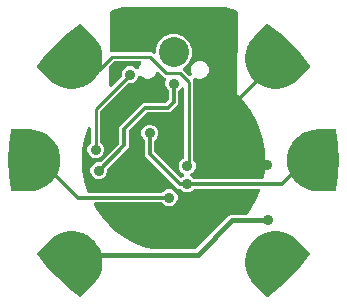
<source format=gbr>
G04 EAGLE Gerber RS-274X export*
G75*
%MOMM*%
%FSLAX34Y34*%
%LPD*%
%INBottom Copper*%
%IPPOS*%
%AMOC8*
5,1,8,0,0,1.08239X$1,22.5*%
G01*
%ADD10C,2.540000*%
%ADD11C,0.906400*%
%ADD12C,0.254000*%
%ADD13C,0.406400*%
%ADD14C,0.304800*%

G36*
X17921Y-75423D02*
X17921Y-75423D01*
X18047Y-75416D01*
X18093Y-75403D01*
X18141Y-75397D01*
X18260Y-75355D01*
X18382Y-75320D01*
X18424Y-75296D01*
X18469Y-75280D01*
X18576Y-75211D01*
X18686Y-75150D01*
X18732Y-75110D01*
X18762Y-75091D01*
X18796Y-75056D01*
X18872Y-74991D01*
X45439Y-48424D01*
X46940Y-46923D01*
X48620Y-46227D01*
X61566Y-46227D01*
X61646Y-46218D01*
X61726Y-46219D01*
X61819Y-46198D01*
X61913Y-46187D01*
X61988Y-46160D01*
X62066Y-46143D01*
X62152Y-46102D01*
X62241Y-46070D01*
X62308Y-46026D01*
X62380Y-45992D01*
X62454Y-45932D01*
X62534Y-45881D01*
X62589Y-45823D01*
X62652Y-45773D01*
X62742Y-45665D01*
X62776Y-45630D01*
X62787Y-45611D01*
X62809Y-45585D01*
X65763Y-41422D01*
X65787Y-41378D01*
X65854Y-41278D01*
X69987Y-33799D01*
X70006Y-33752D01*
X70061Y-33645D01*
X73024Y-26491D01*
X73066Y-26346D01*
X73111Y-26203D01*
X73113Y-26179D01*
X73120Y-26156D01*
X73127Y-26005D01*
X73139Y-25856D01*
X73136Y-25832D01*
X73137Y-25808D01*
X73110Y-25660D01*
X73088Y-25511D01*
X73079Y-25489D01*
X73074Y-25465D01*
X73014Y-25327D01*
X72959Y-25187D01*
X72945Y-25167D01*
X72936Y-25145D01*
X72846Y-25024D01*
X72760Y-24901D01*
X72742Y-24885D01*
X72728Y-24865D01*
X72613Y-24768D01*
X72501Y-24668D01*
X72480Y-24656D01*
X72462Y-24640D01*
X72328Y-24572D01*
X72196Y-24499D01*
X72173Y-24493D01*
X72151Y-24482D01*
X72006Y-24445D01*
X71861Y-24404D01*
X71832Y-24402D01*
X71813Y-24397D01*
X71766Y-24397D01*
X71617Y-24385D01*
X17999Y-24385D01*
X17873Y-24399D01*
X17747Y-24406D01*
X17700Y-24419D01*
X17652Y-24425D01*
X17533Y-24467D01*
X17412Y-24502D01*
X17370Y-24526D01*
X17324Y-24542D01*
X17218Y-24611D01*
X17108Y-24672D01*
X17061Y-24712D01*
X17031Y-24731D01*
X16998Y-24766D01*
X16921Y-24831D01*
X15436Y-26316D01*
X12837Y-27393D01*
X10023Y-27393D01*
X7424Y-26316D01*
X5939Y-24831D01*
X5840Y-24752D01*
X5746Y-24668D01*
X5703Y-24644D01*
X5666Y-24614D01*
X5551Y-24560D01*
X5441Y-24499D01*
X5394Y-24486D01*
X5350Y-24465D01*
X5227Y-24439D01*
X5105Y-24404D01*
X5044Y-24399D01*
X5010Y-24392D01*
X4962Y-24393D01*
X4861Y-24385D01*
X3396Y-24385D01*
X-21558Y569D01*
X-24385Y3396D01*
X-24385Y16291D01*
X-24399Y16417D01*
X-24406Y16543D01*
X-24419Y16590D01*
X-24425Y16638D01*
X-24467Y16757D01*
X-24502Y16878D01*
X-24526Y16920D01*
X-24542Y16966D01*
X-24611Y17072D01*
X-24672Y17182D01*
X-24712Y17229D01*
X-24731Y17259D01*
X-24766Y17292D01*
X-24831Y17369D01*
X-26316Y18854D01*
X-27393Y21453D01*
X-27393Y24267D01*
X-26316Y26866D01*
X-24326Y28856D01*
X-21727Y29933D01*
X-18913Y29933D01*
X-16314Y28856D01*
X-14324Y26866D01*
X-13247Y24267D01*
X-13247Y21453D01*
X-14324Y18854D01*
X-15809Y17369D01*
X-15888Y17270D01*
X-15972Y17176D01*
X-15996Y17133D01*
X-16026Y17096D01*
X-16080Y16981D01*
X-16141Y16871D01*
X-16154Y16824D01*
X-16175Y16780D01*
X-16201Y16657D01*
X-16236Y16535D01*
X-16241Y16474D01*
X-16248Y16440D01*
X-16247Y16392D01*
X-16255Y16291D01*
X-16255Y7395D01*
X-16241Y7269D01*
X-16234Y7143D01*
X-16221Y7096D01*
X-16215Y7048D01*
X-16173Y6929D01*
X-16138Y6808D01*
X-16114Y6766D01*
X-16098Y6720D01*
X-16029Y6614D01*
X-15968Y6504D01*
X-15928Y6458D01*
X-15909Y6428D01*
X-15874Y6394D01*
X-15809Y6318D01*
X5051Y-14543D01*
X5071Y-14559D01*
X5088Y-14579D01*
X5208Y-14667D01*
X5324Y-14759D01*
X5348Y-14770D01*
X5369Y-14786D01*
X5505Y-14845D01*
X5639Y-14908D01*
X5665Y-14914D01*
X5689Y-14924D01*
X5835Y-14950D01*
X5980Y-14981D01*
X6006Y-14981D01*
X6032Y-14986D01*
X6180Y-14978D01*
X6328Y-14975D01*
X6354Y-14969D01*
X6380Y-14968D01*
X6522Y-14927D01*
X6666Y-14890D01*
X6690Y-14878D01*
X6715Y-14871D01*
X6844Y-14799D01*
X6976Y-14731D01*
X6996Y-14714D01*
X7019Y-14701D01*
X7205Y-14543D01*
X7424Y-14324D01*
X7947Y-14107D01*
X8035Y-14058D01*
X8127Y-14018D01*
X8186Y-13974D01*
X8251Y-13938D01*
X8326Y-13870D01*
X8407Y-13811D01*
X8455Y-13754D01*
X8510Y-13704D01*
X8567Y-13621D01*
X8632Y-13545D01*
X8665Y-13478D01*
X8708Y-13417D01*
X8745Y-13324D01*
X8790Y-13234D01*
X8808Y-13162D01*
X8836Y-13093D01*
X8850Y-12993D01*
X8875Y-12896D01*
X8876Y-12822D01*
X8886Y-12748D01*
X8878Y-12648D01*
X8880Y-12548D01*
X8864Y-12475D01*
X8858Y-12401D01*
X8827Y-12305D01*
X8805Y-12207D01*
X8773Y-12140D01*
X8750Y-12069D01*
X8699Y-11983D01*
X8656Y-11892D01*
X8609Y-11834D01*
X8571Y-11771D01*
X8501Y-11698D01*
X8438Y-11620D01*
X8380Y-11574D01*
X8328Y-11521D01*
X8243Y-11466D01*
X8165Y-11404D01*
X8075Y-11358D01*
X8035Y-11332D01*
X8001Y-11320D01*
X7947Y-11293D01*
X7424Y-11076D01*
X5434Y-9086D01*
X4357Y-6487D01*
X4357Y-3673D01*
X5434Y-1074D01*
X7424Y916D01*
X7949Y1134D01*
X8016Y1171D01*
X8087Y1199D01*
X8167Y1255D01*
X8254Y1303D01*
X8310Y1354D01*
X8373Y1398D01*
X8439Y1471D01*
X8512Y1537D01*
X8555Y1600D01*
X8606Y1657D01*
X8654Y1743D01*
X8710Y1824D01*
X8738Y1895D01*
X8775Y1962D01*
X8802Y2056D01*
X8838Y2148D01*
X8849Y2223D01*
X8870Y2297D01*
X8882Y2446D01*
X8889Y2493D01*
X8887Y2512D01*
X8889Y2541D01*
X8889Y60091D01*
X8884Y60141D01*
X8886Y60191D01*
X8864Y60314D01*
X8849Y60437D01*
X8832Y60484D01*
X8823Y60534D01*
X8774Y60648D01*
X8732Y60765D01*
X8704Y60808D01*
X8684Y60854D01*
X8610Y60953D01*
X8543Y61058D01*
X8507Y61093D01*
X8477Y61133D01*
X8382Y61214D01*
X8292Y61300D01*
X8249Y61326D01*
X8210Y61359D01*
X8100Y61415D01*
X7993Y61479D01*
X7945Y61494D01*
X7900Y61517D01*
X7780Y61547D01*
X7661Y61585D01*
X7611Y61589D01*
X7562Y61601D01*
X7438Y61603D01*
X7314Y61613D01*
X7264Y61606D01*
X7214Y61606D01*
X7092Y61580D01*
X6969Y61561D01*
X6922Y61543D01*
X6873Y61532D01*
X6761Y61479D01*
X6645Y61433D01*
X6604Y61404D01*
X6558Y61382D01*
X6461Y61305D01*
X6359Y61234D01*
X6325Y61196D01*
X6286Y61165D01*
X6209Y61067D01*
X6126Y60975D01*
X6101Y60931D01*
X6070Y60891D01*
X6014Y60782D01*
X4511Y59279D01*
X4432Y59179D01*
X4348Y59086D01*
X4324Y59043D01*
X4294Y59006D01*
X4240Y58891D01*
X4179Y58781D01*
X4166Y58734D01*
X4145Y58690D01*
X4119Y58567D01*
X4084Y58445D01*
X4079Y58385D01*
X4072Y58350D01*
X4073Y58302D01*
X4065Y58201D01*
X4065Y47846D01*
X1238Y45019D01*
X-3396Y40385D01*
X-21815Y40385D01*
X-21941Y40371D01*
X-22067Y40364D01*
X-22114Y40351D01*
X-22162Y40345D01*
X-22281Y40303D01*
X-22402Y40268D01*
X-22444Y40244D01*
X-22490Y40228D01*
X-22596Y40159D01*
X-22706Y40098D01*
X-22752Y40058D01*
X-22782Y40039D01*
X-22816Y40004D01*
X-22892Y39939D01*
X-37399Y25432D01*
X-37478Y25333D01*
X-37562Y25240D01*
X-37586Y25197D01*
X-37616Y25159D01*
X-37670Y25045D01*
X-37731Y24935D01*
X-37744Y24888D01*
X-37765Y24844D01*
X-37791Y24721D01*
X-37826Y24599D01*
X-37831Y24538D01*
X-37838Y24504D01*
X-37837Y24456D01*
X-37845Y24355D01*
X-37845Y11016D01*
X-40672Y8189D01*
X-55981Y-7120D01*
X-56060Y-7219D01*
X-56144Y-7312D01*
X-56168Y-7355D01*
X-56198Y-7393D01*
X-56252Y-7507D01*
X-56313Y-7617D01*
X-56326Y-7664D01*
X-56347Y-7708D01*
X-56373Y-7831D01*
X-56408Y-7953D01*
X-56413Y-8014D01*
X-56420Y-8048D01*
X-56419Y-8096D01*
X-56427Y-8197D01*
X-56427Y-10297D01*
X-57504Y-12896D01*
X-59494Y-14886D01*
X-62093Y-15963D01*
X-64907Y-15963D01*
X-67506Y-14886D01*
X-69496Y-12896D01*
X-70573Y-10297D01*
X-70573Y-7483D01*
X-69496Y-4884D01*
X-67506Y-2894D01*
X-64907Y-1817D01*
X-62807Y-1817D01*
X-62681Y-1803D01*
X-62555Y-1796D01*
X-62508Y-1783D01*
X-62460Y-1777D01*
X-62341Y-1735D01*
X-62220Y-1700D01*
X-62178Y-1676D01*
X-62132Y-1660D01*
X-62026Y-1591D01*
X-61916Y-1530D01*
X-61870Y-1490D01*
X-61840Y-1471D01*
X-61806Y-1436D01*
X-61730Y-1371D01*
X-46421Y13938D01*
X-46342Y14037D01*
X-46258Y14130D01*
X-46234Y14173D01*
X-46204Y14211D01*
X-46150Y14325D01*
X-46089Y14435D01*
X-46076Y14482D01*
X-46055Y14526D01*
X-46029Y14649D01*
X-45994Y14771D01*
X-45989Y14832D01*
X-45982Y14866D01*
X-45983Y14914D01*
X-45975Y15015D01*
X-45975Y28354D01*
X-25814Y48515D01*
X-7395Y48515D01*
X-7269Y48529D01*
X-7143Y48536D01*
X-7096Y48549D01*
X-7048Y48555D01*
X-6929Y48597D01*
X-6808Y48632D01*
X-6766Y48656D01*
X-6720Y48672D01*
X-6614Y48741D01*
X-6504Y48802D01*
X-6458Y48842D01*
X-6428Y48861D01*
X-6394Y48896D01*
X-6318Y48961D01*
X-4511Y50768D01*
X-4432Y50867D01*
X-4348Y50960D01*
X-4324Y51003D01*
X-4294Y51041D01*
X-4240Y51155D01*
X-4179Y51265D01*
X-4166Y51312D01*
X-4145Y51356D01*
X-4119Y51479D01*
X-4084Y51601D01*
X-4079Y51662D01*
X-4072Y51696D01*
X-4073Y51744D01*
X-4065Y51845D01*
X-4065Y58201D01*
X-4079Y58327D01*
X-4086Y58453D01*
X-4099Y58500D01*
X-4105Y58548D01*
X-4147Y58667D01*
X-4182Y58788D01*
X-4206Y58830D01*
X-4222Y58876D01*
X-4291Y58982D01*
X-4352Y59092D01*
X-4392Y59139D01*
X-4411Y59169D01*
X-4446Y59202D01*
X-4511Y59279D01*
X-5996Y60764D01*
X-7073Y63363D01*
X-7073Y66177D01*
X-6424Y67743D01*
X-6383Y67888D01*
X-6337Y68031D01*
X-6335Y68055D01*
X-6328Y68078D01*
X-6321Y68229D01*
X-6309Y68378D01*
X-6313Y68402D01*
X-6311Y68426D01*
X-6338Y68574D01*
X-6361Y68723D01*
X-6370Y68745D01*
X-6374Y68769D01*
X-6434Y68907D01*
X-6489Y69047D01*
X-6503Y69067D01*
X-6513Y69089D01*
X-6603Y69210D01*
X-6688Y69333D01*
X-6706Y69349D01*
X-6721Y69369D01*
X-6836Y69466D01*
X-6947Y69566D01*
X-6968Y69578D01*
X-6987Y69594D01*
X-7120Y69662D01*
X-7252Y69735D01*
X-7275Y69741D01*
X-7297Y69752D01*
X-7443Y69789D01*
X-7587Y69830D01*
X-7617Y69832D01*
X-7635Y69837D01*
X-7682Y69837D01*
X-7831Y69849D01*
X-7928Y69849D01*
X-10607Y72527D01*
X-10607Y72528D01*
X-12402Y74323D01*
X-12520Y74417D01*
X-12635Y74513D01*
X-12656Y74524D01*
X-12675Y74540D01*
X-12811Y74604D01*
X-12945Y74672D01*
X-12968Y74678D01*
X-12990Y74688D01*
X-13137Y74720D01*
X-13283Y74756D01*
X-13307Y74757D01*
X-13331Y74762D01*
X-13481Y74759D01*
X-13632Y74761D01*
X-13655Y74756D01*
X-13679Y74756D01*
X-13825Y74719D01*
X-13972Y74687D01*
X-13994Y74677D01*
X-14017Y74671D01*
X-14151Y74602D01*
X-14287Y74537D01*
X-14306Y74522D01*
X-14327Y74511D01*
X-14442Y74414D01*
X-14559Y74320D01*
X-14574Y74301D01*
X-14593Y74285D01*
X-14682Y74164D01*
X-14775Y74046D01*
X-14788Y74020D01*
X-14800Y74005D01*
X-14818Y73962D01*
X-14886Y73829D01*
X-15607Y72088D01*
X-17728Y69967D01*
X-20500Y68819D01*
X-23500Y68819D01*
X-26272Y69967D01*
X-27422Y71118D01*
X-27539Y71211D01*
X-27654Y71308D01*
X-27676Y71319D01*
X-27695Y71334D01*
X-27831Y71399D01*
X-27965Y71467D01*
X-27988Y71473D01*
X-28010Y71483D01*
X-28157Y71515D01*
X-28303Y71551D01*
X-28327Y71551D01*
X-28351Y71557D01*
X-28500Y71554D01*
X-28651Y71556D01*
X-28675Y71551D01*
X-28699Y71551D01*
X-28845Y71514D01*
X-28992Y71482D01*
X-29014Y71471D01*
X-29037Y71466D01*
X-29171Y71396D01*
X-29306Y71332D01*
X-29325Y71317D01*
X-29347Y71306D01*
X-29462Y71208D01*
X-29579Y71115D01*
X-29594Y71096D01*
X-29612Y71080D01*
X-29702Y70959D01*
X-29795Y70841D01*
X-29808Y70815D01*
X-29819Y70800D01*
X-29838Y70756D01*
X-29906Y70623D01*
X-30834Y68384D01*
X-32824Y66394D01*
X-35423Y65317D01*
X-37883Y65317D01*
X-38008Y65303D01*
X-38134Y65296D01*
X-38181Y65283D01*
X-38229Y65277D01*
X-38348Y65235D01*
X-38469Y65200D01*
X-38511Y65176D01*
X-38557Y65160D01*
X-38663Y65091D01*
X-38773Y65030D01*
X-38820Y64990D01*
X-38850Y64971D01*
X-38883Y64936D01*
X-38960Y64871D01*
X-45629Y58201D01*
X-53224Y50607D01*
X-61783Y42048D01*
X-61862Y41949D01*
X-61946Y41855D01*
X-61970Y41812D01*
X-62000Y41775D01*
X-62054Y41660D01*
X-62115Y41550D01*
X-62128Y41503D01*
X-62149Y41460D01*
X-62175Y41336D01*
X-62210Y41214D01*
X-62215Y41154D01*
X-62222Y41119D01*
X-62221Y41071D01*
X-62229Y40971D01*
X-62229Y15713D01*
X-62215Y15587D01*
X-62208Y15461D01*
X-62195Y15414D01*
X-62189Y15366D01*
X-62147Y15247D01*
X-62112Y15126D01*
X-62088Y15084D01*
X-62072Y15038D01*
X-62003Y14932D01*
X-61942Y14822D01*
X-61902Y14775D01*
X-61883Y14745D01*
X-61848Y14712D01*
X-61783Y14635D01*
X-60044Y12896D01*
X-58967Y10297D01*
X-58967Y7483D01*
X-60044Y4884D01*
X-62034Y2894D01*
X-64633Y1817D01*
X-67447Y1817D01*
X-70046Y2894D01*
X-72036Y4884D01*
X-73113Y7483D01*
X-73113Y10297D01*
X-72036Y12896D01*
X-70297Y14635D01*
X-70218Y14734D01*
X-70134Y14828D01*
X-70110Y14871D01*
X-70080Y14908D01*
X-70026Y15023D01*
X-69965Y15133D01*
X-69952Y15180D01*
X-69931Y15224D01*
X-69905Y15347D01*
X-69870Y15469D01*
X-69865Y15530D01*
X-69858Y15564D01*
X-69859Y15612D01*
X-69851Y15713D01*
X-69851Y26495D01*
X-69856Y26545D01*
X-69854Y26595D01*
X-69876Y26718D01*
X-69891Y26841D01*
X-69908Y26888D01*
X-69917Y26938D01*
X-69966Y27052D01*
X-70008Y27169D01*
X-70035Y27212D01*
X-70055Y27258D01*
X-70130Y27357D01*
X-70197Y27462D01*
X-70233Y27497D01*
X-70263Y27537D01*
X-70358Y27618D01*
X-70448Y27704D01*
X-70491Y27730D01*
X-70529Y27763D01*
X-70640Y27819D01*
X-70747Y27883D01*
X-70795Y27898D01*
X-70840Y27921D01*
X-70960Y27951D01*
X-71079Y27989D01*
X-71129Y27993D01*
X-71178Y28005D01*
X-71302Y28007D01*
X-71426Y28017D01*
X-71476Y28010D01*
X-71526Y28011D01*
X-71648Y27984D01*
X-71771Y27966D01*
X-71818Y27947D01*
X-71867Y27936D01*
X-71979Y27883D01*
X-72095Y27837D01*
X-72136Y27808D01*
X-72182Y27786D01*
X-72279Y27709D01*
X-72381Y27638D01*
X-72414Y27601D01*
X-72454Y27569D01*
X-72531Y27471D01*
X-72614Y27379D01*
X-72639Y27335D01*
X-72670Y27296D01*
X-72781Y27078D01*
X-73331Y25750D01*
X-73345Y25702D01*
X-73388Y25589D01*
X-75753Y17378D01*
X-75762Y17328D01*
X-75791Y17211D01*
X-77223Y8787D01*
X-77225Y8737D01*
X-77242Y8617D01*
X-77721Y85D01*
X-77718Y35D01*
X-77721Y-85D01*
X-77242Y-8617D01*
X-77233Y-8666D01*
X-77223Y-8787D01*
X-75791Y-17211D01*
X-75777Y-17259D01*
X-75753Y-17378D01*
X-73388Y-25589D01*
X-73368Y-25635D01*
X-73331Y-25750D01*
X-72919Y-26745D01*
X-72882Y-26812D01*
X-72854Y-26883D01*
X-72798Y-26963D01*
X-72750Y-27050D01*
X-72698Y-27106D01*
X-72655Y-27169D01*
X-72582Y-27235D01*
X-72516Y-27308D01*
X-72453Y-27351D01*
X-72396Y-27402D01*
X-72310Y-27450D01*
X-72229Y-27506D01*
X-72158Y-27534D01*
X-72091Y-27571D01*
X-71996Y-27598D01*
X-71905Y-27634D01*
X-71829Y-27645D01*
X-71756Y-27666D01*
X-71607Y-27678D01*
X-71560Y-27685D01*
X-71541Y-27683D01*
X-71512Y-27685D01*
X-10379Y-27685D01*
X-10253Y-27671D01*
X-10127Y-27664D01*
X-10080Y-27651D01*
X-10032Y-27645D01*
X-9913Y-27603D01*
X-9792Y-27568D01*
X-9750Y-27544D01*
X-9704Y-27528D01*
X-9598Y-27459D01*
X-9488Y-27398D01*
X-9441Y-27358D01*
X-9411Y-27339D01*
X-9378Y-27304D01*
X-9301Y-27239D01*
X-7816Y-25754D01*
X-5217Y-24677D01*
X-2403Y-24677D01*
X196Y-25754D01*
X2186Y-27744D01*
X3263Y-30343D01*
X3263Y-33157D01*
X2186Y-35756D01*
X196Y-37746D01*
X-2403Y-38823D01*
X-5217Y-38823D01*
X-7816Y-37746D01*
X-9301Y-36261D01*
X-9400Y-36182D01*
X-9494Y-36098D01*
X-9537Y-36074D01*
X-9574Y-36044D01*
X-9689Y-35990D01*
X-9799Y-35929D01*
X-9846Y-35916D01*
X-9890Y-35895D01*
X-10013Y-35869D01*
X-10135Y-35834D01*
X-10196Y-35829D01*
X-10230Y-35822D01*
X-10278Y-35823D01*
X-10379Y-35815D01*
X-66291Y-35815D01*
X-66352Y-35822D01*
X-66413Y-35820D01*
X-66524Y-35842D01*
X-66637Y-35855D01*
X-66695Y-35875D01*
X-66755Y-35887D01*
X-66858Y-35934D01*
X-66965Y-35972D01*
X-67017Y-36005D01*
X-67073Y-36031D01*
X-67163Y-36100D01*
X-67258Y-36161D01*
X-67300Y-36205D01*
X-67349Y-36243D01*
X-67421Y-36330D01*
X-67500Y-36412D01*
X-67531Y-36465D01*
X-67570Y-36512D01*
X-67621Y-36614D01*
X-67679Y-36711D01*
X-67697Y-36769D01*
X-67725Y-36825D01*
X-67750Y-36935D01*
X-67785Y-37043D01*
X-67790Y-37104D01*
X-67804Y-37164D01*
X-67804Y-37277D01*
X-67813Y-37390D01*
X-67804Y-37451D01*
X-67804Y-37513D01*
X-67778Y-37623D01*
X-67761Y-37735D01*
X-67738Y-37792D01*
X-67724Y-37852D01*
X-67643Y-38031D01*
X-67632Y-38059D01*
X-67628Y-38065D01*
X-67624Y-38075D01*
X-65854Y-41278D01*
X-65825Y-41318D01*
X-65763Y-41422D01*
X-60818Y-48391D01*
X-60784Y-48429D01*
X-60711Y-48525D01*
X-55017Y-54897D01*
X-54980Y-54930D01*
X-54897Y-55017D01*
X-48525Y-60711D01*
X-48484Y-60740D01*
X-48391Y-60818D01*
X-41422Y-65763D01*
X-41378Y-65787D01*
X-41278Y-65854D01*
X-33799Y-69987D01*
X-33753Y-70006D01*
X-33645Y-70061D01*
X-25750Y-73331D01*
X-25702Y-73345D01*
X-25589Y-73388D01*
X-18681Y-75378D01*
X-18591Y-75393D01*
X-18503Y-75418D01*
X-18387Y-75427D01*
X-18337Y-75435D01*
X-18308Y-75433D01*
X-18259Y-75437D01*
X17795Y-75437D01*
X17921Y-75423D01*
G37*
G36*
X16525Y347D02*
X16525Y347D01*
X16532Y221D01*
X16545Y174D01*
X16551Y126D01*
X16593Y7D01*
X16628Y-114D01*
X16652Y-156D01*
X16668Y-202D01*
X16737Y-308D01*
X16798Y-418D01*
X16838Y-465D01*
X16857Y-495D01*
X16892Y-528D01*
X16957Y-605D01*
X17426Y-1074D01*
X18503Y-3673D01*
X18503Y-6487D01*
X17426Y-9086D01*
X15436Y-11076D01*
X14913Y-11293D01*
X14826Y-11341D01*
X14733Y-11381D01*
X14674Y-11426D01*
X14609Y-11462D01*
X14534Y-11529D01*
X14454Y-11589D01*
X14405Y-11646D01*
X14350Y-11696D01*
X14293Y-11779D01*
X14228Y-11855D01*
X14195Y-11922D01*
X14152Y-11983D01*
X14115Y-12076D01*
X14070Y-12166D01*
X14052Y-12238D01*
X14024Y-12307D01*
X14010Y-12407D01*
X13985Y-12504D01*
X13984Y-12578D01*
X13974Y-12652D01*
X13982Y-12752D01*
X13980Y-12852D01*
X13996Y-12925D01*
X14002Y-12999D01*
X14033Y-13095D01*
X14055Y-13193D01*
X14087Y-13260D01*
X14110Y-13331D01*
X14161Y-13417D01*
X14204Y-13508D01*
X14251Y-13565D01*
X14289Y-13629D01*
X14359Y-13702D01*
X14422Y-13780D01*
X14480Y-13826D01*
X14532Y-13879D01*
X14617Y-13934D01*
X14695Y-13996D01*
X14785Y-14042D01*
X14825Y-14068D01*
X14859Y-14080D01*
X14913Y-14107D01*
X15436Y-14324D01*
X16921Y-15809D01*
X17020Y-15888D01*
X17114Y-15972D01*
X17157Y-15996D01*
X17194Y-16026D01*
X17309Y-16080D01*
X17419Y-16141D01*
X17466Y-16154D01*
X17510Y-16175D01*
X17633Y-16201D01*
X17755Y-16236D01*
X17816Y-16241D01*
X17850Y-16248D01*
X17898Y-16247D01*
X17999Y-16255D01*
X74667Y-16255D01*
X74740Y-16247D01*
X74812Y-16248D01*
X74912Y-16227D01*
X75014Y-16215D01*
X75082Y-16191D01*
X75153Y-16176D01*
X75246Y-16132D01*
X75342Y-16098D01*
X75403Y-16058D01*
X75469Y-16028D01*
X75549Y-15964D01*
X75635Y-15909D01*
X75685Y-15857D01*
X75742Y-15812D01*
X75806Y-15732D01*
X75877Y-15658D01*
X75914Y-15596D01*
X75959Y-15539D01*
X76003Y-15447D01*
X76056Y-15359D01*
X76078Y-15290D01*
X76109Y-15224D01*
X76148Y-15070D01*
X76162Y-15027D01*
X76163Y-15011D01*
X76169Y-14987D01*
X77223Y-8787D01*
X77225Y-8737D01*
X77242Y-8617D01*
X77721Y-85D01*
X77718Y-35D01*
X77721Y85D01*
X77242Y8617D01*
X77233Y8666D01*
X77223Y8787D01*
X75791Y17211D01*
X75777Y17259D01*
X75753Y17378D01*
X73388Y25589D01*
X73368Y25635D01*
X73331Y25750D01*
X70061Y33645D01*
X70037Y33689D01*
X69987Y33799D01*
X65854Y41278D01*
X65825Y41318D01*
X65763Y41422D01*
X60818Y48391D01*
X60784Y48429D01*
X60711Y48525D01*
X55017Y54897D01*
X54980Y54930D01*
X54897Y55017D01*
X53699Y56087D01*
X54804Y124586D01*
X54801Y124615D01*
X54804Y124644D01*
X54784Y124788D01*
X54770Y124933D01*
X54760Y124960D01*
X54757Y124989D01*
X54705Y125124D01*
X54658Y125263D01*
X54642Y125287D01*
X54632Y125314D01*
X54550Y125435D01*
X54473Y125559D01*
X54453Y125579D01*
X54437Y125603D01*
X54330Y125702D01*
X54227Y125805D01*
X54202Y125820D01*
X54181Y125840D01*
X53973Y125968D01*
X52597Y126669D01*
X52586Y126673D01*
X52376Y126760D01*
X43271Y129719D01*
X43156Y129742D01*
X43044Y129774D01*
X42969Y129780D01*
X42929Y129788D01*
X42884Y129786D01*
X42800Y129793D01*
X-42800Y129793D01*
X-42916Y129780D01*
X-43033Y129775D01*
X-43105Y129758D01*
X-43146Y129753D01*
X-43188Y129738D01*
X-43271Y129719D01*
X-52376Y126760D01*
X-52387Y126755D01*
X-52597Y126669D01*
X-52811Y126560D01*
X-52814Y126557D01*
X-52818Y126556D01*
X-52959Y126461D01*
X-53101Y126367D01*
X-53104Y126364D01*
X-53108Y126361D01*
X-53223Y126237D01*
X-53340Y126113D01*
X-53342Y126110D01*
X-53345Y126107D01*
X-53430Y125959D01*
X-53515Y125812D01*
X-53517Y125808D01*
X-53519Y125804D01*
X-53568Y125640D01*
X-53617Y125479D01*
X-53618Y125475D01*
X-53619Y125470D01*
X-53643Y125227D01*
X-54163Y92989D01*
X-54159Y92950D01*
X-54162Y92912D01*
X-54142Y92777D01*
X-54128Y92642D01*
X-54116Y92605D01*
X-54110Y92567D01*
X-54060Y92441D01*
X-54016Y92312D01*
X-53996Y92279D01*
X-53981Y92243D01*
X-53904Y92132D01*
X-53832Y92016D01*
X-53804Y91989D01*
X-53782Y91957D01*
X-53682Y91866D01*
X-53585Y91770D01*
X-53552Y91749D01*
X-53524Y91724D01*
X-53404Y91658D01*
X-53289Y91586D01*
X-53252Y91574D01*
X-53219Y91555D01*
X-53087Y91518D01*
X-52959Y91475D01*
X-52920Y91471D01*
X-52883Y91460D01*
X-52639Y91441D01*
X-18742Y91441D01*
X-17841Y90540D01*
X-17762Y90478D01*
X-17690Y90408D01*
X-17626Y90370D01*
X-17568Y90324D01*
X-17477Y90281D01*
X-17391Y90229D01*
X-17320Y90207D01*
X-17253Y90175D01*
X-17155Y90154D01*
X-17059Y90123D01*
X-16985Y90117D01*
X-16912Y90101D01*
X-16812Y90103D01*
X-16712Y90095D01*
X-16638Y90106D01*
X-16564Y90107D01*
X-16467Y90132D01*
X-16367Y90147D01*
X-16298Y90174D01*
X-16226Y90192D01*
X-16137Y90238D01*
X-16043Y90275D01*
X-15982Y90318D01*
X-15916Y90352D01*
X-15840Y90417D01*
X-15757Y90474D01*
X-15707Y90530D01*
X-15651Y90578D01*
X-15591Y90659D01*
X-15524Y90733D01*
X-15488Y90798D01*
X-15443Y90858D01*
X-15404Y90950D01*
X-15355Y91038D01*
X-15335Y91110D01*
X-15305Y91178D01*
X-15288Y91277D01*
X-15260Y91374D01*
X-15252Y91474D01*
X-15244Y91521D01*
X-15246Y91557D01*
X-15241Y91617D01*
X-15241Y94472D01*
X-12920Y100073D01*
X-8633Y104360D01*
X-3032Y106681D01*
X3032Y106681D01*
X8633Y104360D01*
X12920Y100073D01*
X15241Y94472D01*
X15241Y88408D01*
X12920Y82807D01*
X8633Y78519D01*
X8601Y78506D01*
X8470Y78433D01*
X8336Y78364D01*
X8318Y78349D01*
X8297Y78337D01*
X8185Y78236D01*
X8071Y78139D01*
X8057Y78119D01*
X8039Y78103D01*
X7953Y77979D01*
X7864Y77858D01*
X7854Y77836D01*
X7840Y77816D01*
X7785Y77676D01*
X7726Y77538D01*
X7722Y77515D01*
X7713Y77492D01*
X7691Y77343D01*
X7664Y77195D01*
X7665Y77171D01*
X7662Y77147D01*
X7674Y76997D01*
X7682Y76847D01*
X7689Y76824D01*
X7691Y76800D01*
X7737Y76657D01*
X7779Y76512D01*
X7790Y76491D01*
X7798Y76468D01*
X7875Y76340D01*
X7949Y76208D01*
X7968Y76186D01*
X7978Y76170D01*
X8010Y76136D01*
X8107Y76022D01*
X12714Y71415D01*
X12754Y71384D01*
X12788Y71346D01*
X12890Y71276D01*
X12987Y71198D01*
X13033Y71177D01*
X13074Y71148D01*
X13190Y71102D01*
X13302Y71049D01*
X13352Y71039D01*
X13399Y71020D01*
X13522Y71002D01*
X13643Y70976D01*
X13693Y70977D01*
X13743Y70969D01*
X13868Y70980D01*
X13992Y70982D01*
X14040Y70994D01*
X14091Y70998D01*
X14209Y71037D01*
X14330Y71067D01*
X14374Y71090D01*
X14422Y71105D01*
X14529Y71170D01*
X14639Y71227D01*
X14678Y71259D01*
X14721Y71285D01*
X14810Y71372D01*
X14905Y71452D01*
X14935Y71493D01*
X14971Y71528D01*
X15038Y71633D01*
X15112Y71733D01*
X15132Y71779D01*
X15159Y71821D01*
X15201Y71939D01*
X15250Y72053D01*
X15259Y72102D01*
X15276Y72150D01*
X15290Y72273D01*
X15312Y72396D01*
X15309Y72446D01*
X15315Y72496D01*
X15300Y72620D01*
X15294Y72744D01*
X15280Y72792D01*
X15274Y72842D01*
X15199Y73075D01*
X15197Y73078D01*
X15197Y73079D01*
X14459Y74860D01*
X14459Y77860D01*
X15607Y80632D01*
X17728Y82753D01*
X20500Y83901D01*
X23500Y83901D01*
X26272Y82753D01*
X28393Y80632D01*
X29541Y77860D01*
X29541Y74860D01*
X28393Y72088D01*
X27778Y71474D01*
X26271Y69967D01*
X23500Y68819D01*
X20500Y68819D01*
X18617Y69599D01*
X18472Y69641D01*
X18329Y69686D01*
X18305Y69688D01*
X18282Y69695D01*
X18131Y69702D01*
X17982Y69714D01*
X17958Y69711D01*
X17934Y69712D01*
X17786Y69685D01*
X17637Y69663D01*
X17615Y69654D01*
X17591Y69649D01*
X17453Y69589D01*
X17313Y69534D01*
X17293Y69520D01*
X17271Y69511D01*
X17150Y69421D01*
X17027Y69335D01*
X17011Y69317D01*
X16991Y69303D01*
X16894Y69188D01*
X16794Y69076D01*
X16782Y69055D01*
X16766Y69037D01*
X16698Y68903D01*
X16625Y68771D01*
X16619Y68748D01*
X16608Y68726D01*
X16571Y68581D01*
X16530Y68436D01*
X16528Y68407D01*
X16523Y68388D01*
X16523Y68341D01*
X16511Y68192D01*
X16511Y473D01*
X16525Y347D01*
G37*
G36*
X-121900Y-26031D02*
X-121900Y-26031D01*
X-121875Y-26033D01*
X-118260Y-25774D01*
X-118223Y-25765D01*
X-118170Y-25761D01*
X-114629Y-24991D01*
X-114594Y-24976D01*
X-114542Y-24965D01*
X-111147Y-23699D01*
X-111114Y-23679D01*
X-111065Y-23661D01*
X-107884Y-21925D01*
X-107854Y-21901D01*
X-107808Y-21876D01*
X-104906Y-19704D01*
X-104880Y-19676D01*
X-104838Y-19645D01*
X-102276Y-17082D01*
X-102254Y-17051D01*
X-102216Y-17014D01*
X-100044Y-14112D01*
X-100027Y-14078D01*
X-99996Y-14036D01*
X-98259Y-10856D01*
X-98247Y-10819D01*
X-98221Y-10773D01*
X-96955Y-7378D01*
X-96948Y-7340D01*
X-96929Y-7291D01*
X-96159Y-3750D01*
X-96157Y-3712D01*
X-96146Y-3660D01*
X-95887Y-45D01*
X-95891Y-7D01*
X-95887Y45D01*
X-96146Y3660D01*
X-96155Y3697D01*
X-96159Y3750D01*
X-96929Y7291D01*
X-96944Y7326D01*
X-96955Y7378D01*
X-98221Y10773D01*
X-98241Y10806D01*
X-98259Y10856D01*
X-99996Y14036D01*
X-100019Y14066D01*
X-100044Y14112D01*
X-102216Y17014D01*
X-102244Y17040D01*
X-102276Y17082D01*
X-104838Y19645D01*
X-104869Y19666D01*
X-104906Y19704D01*
X-107808Y21876D01*
X-107842Y21893D01*
X-107884Y21925D01*
X-111065Y23661D01*
X-111101Y23673D01*
X-111147Y23699D01*
X-114542Y24965D01*
X-114580Y24972D01*
X-114629Y24991D01*
X-118170Y25761D01*
X-118208Y25763D01*
X-118260Y25774D01*
X-121875Y26033D01*
X-121895Y26031D01*
X-121920Y26034D01*
X-137160Y26034D01*
X-137184Y26030D01*
X-137208Y26032D01*
X-137294Y26010D01*
X-137381Y25995D01*
X-137402Y25982D01*
X-137426Y25976D01*
X-137498Y25925D01*
X-137574Y25880D01*
X-137589Y25862D01*
X-137610Y25847D01*
X-137660Y25775D01*
X-137715Y25706D01*
X-137723Y25683D01*
X-137737Y25663D01*
X-137777Y25525D01*
X-137787Y25494D01*
X-137787Y25489D01*
X-137789Y25483D01*
X-139454Y12831D01*
X-139453Y12807D01*
X-139459Y12776D01*
X-140016Y28D01*
X-140013Y3D01*
X-140016Y-28D01*
X-139459Y-12776D01*
X-139454Y-12800D01*
X-139454Y-12831D01*
X-137789Y-25483D01*
X-137781Y-25506D01*
X-137781Y-25531D01*
X-137748Y-25612D01*
X-137721Y-25697D01*
X-137706Y-25716D01*
X-137696Y-25738D01*
X-137637Y-25804D01*
X-137582Y-25873D01*
X-137562Y-25886D01*
X-137545Y-25904D01*
X-137466Y-25944D01*
X-137391Y-25991D01*
X-137367Y-25995D01*
X-137345Y-26007D01*
X-137203Y-26028D01*
X-137171Y-26034D01*
X-137166Y-26033D01*
X-137160Y-26034D01*
X-121920Y-26034D01*
X-121900Y-26031D01*
G37*
G36*
X137184Y-26030D02*
X137184Y-26030D01*
X137208Y-26032D01*
X137294Y-26010D01*
X137381Y-25995D01*
X137402Y-25982D01*
X137426Y-25976D01*
X137498Y-25925D01*
X137574Y-25880D01*
X137589Y-25862D01*
X137610Y-25847D01*
X137660Y-25775D01*
X137715Y-25706D01*
X137723Y-25683D01*
X137737Y-25663D01*
X137777Y-25525D01*
X137787Y-25494D01*
X137787Y-25489D01*
X137789Y-25483D01*
X139454Y-12831D01*
X139453Y-12811D01*
X139454Y-12809D01*
X139454Y-12803D01*
X139459Y-12776D01*
X140016Y-28D01*
X140013Y-3D01*
X140016Y28D01*
X139459Y12776D01*
X139454Y12800D01*
X139454Y12831D01*
X137789Y25483D01*
X137781Y25506D01*
X137781Y25531D01*
X137748Y25612D01*
X137721Y25697D01*
X137706Y25716D01*
X137696Y25738D01*
X137637Y25804D01*
X137582Y25873D01*
X137562Y25886D01*
X137545Y25904D01*
X137466Y25944D01*
X137391Y25991D01*
X137367Y25995D01*
X137345Y26007D01*
X137203Y26028D01*
X137171Y26034D01*
X137166Y26033D01*
X137160Y26034D01*
X121920Y26034D01*
X121900Y26031D01*
X121875Y26033D01*
X118260Y25774D01*
X118223Y25765D01*
X118170Y25761D01*
X114629Y24991D01*
X114594Y24976D01*
X114542Y24965D01*
X112039Y24032D01*
X111147Y23699D01*
X111114Y23679D01*
X111065Y23661D01*
X107884Y21925D01*
X107854Y21901D01*
X107808Y21876D01*
X104906Y19704D01*
X104880Y19676D01*
X104838Y19645D01*
X102276Y17082D01*
X102254Y17051D01*
X102216Y17014D01*
X100044Y14112D01*
X100027Y14078D01*
X99996Y14036D01*
X98259Y10856D01*
X98247Y10819D01*
X98221Y10773D01*
X96955Y7378D01*
X96948Y7340D01*
X96929Y7291D01*
X96159Y3750D01*
X96157Y3712D01*
X96146Y3660D01*
X95887Y45D01*
X95891Y7D01*
X95887Y-45D01*
X96146Y-3660D01*
X96155Y-3697D01*
X96159Y-3750D01*
X96929Y-7291D01*
X96944Y-7326D01*
X96955Y-7378D01*
X98221Y-10773D01*
X98241Y-10806D01*
X98259Y-10856D01*
X99996Y-14036D01*
X100019Y-14066D01*
X100044Y-14112D01*
X102216Y-17014D01*
X102244Y-17040D01*
X102276Y-17082D01*
X104838Y-19645D01*
X104869Y-19666D01*
X104906Y-19704D01*
X107808Y-21876D01*
X107842Y-21893D01*
X107884Y-21925D01*
X111065Y-23661D01*
X111101Y-23673D01*
X111147Y-23699D01*
X114542Y-24965D01*
X114580Y-24972D01*
X114629Y-24991D01*
X118170Y-25761D01*
X118208Y-25763D01*
X118260Y-25774D01*
X121875Y-26033D01*
X121895Y-26031D01*
X121920Y-26034D01*
X137160Y-26034D01*
X137184Y-26030D01*
G37*
G36*
X-84447Y60333D02*
X-84447Y60333D01*
X-84394Y60333D01*
X-80807Y60849D01*
X-80771Y60861D01*
X-80718Y60868D01*
X-77241Y61889D01*
X-77207Y61906D01*
X-77156Y61921D01*
X-73860Y63426D01*
X-73828Y63448D01*
X-73780Y63470D01*
X-70732Y65429D01*
X-70704Y65455D01*
X-70659Y65483D01*
X-67920Y67856D01*
X-67896Y67886D01*
X-67856Y67920D01*
X-65483Y70659D01*
X-65464Y70692D01*
X-65429Y70732D01*
X-63470Y73780D01*
X-63455Y73816D01*
X-63426Y73860D01*
X-61921Y77156D01*
X-61911Y77193D01*
X-61889Y77241D01*
X-60868Y80718D01*
X-60864Y80756D01*
X-60849Y80807D01*
X-60333Y84394D01*
X-60334Y84432D01*
X-60327Y84484D01*
X-60327Y88108D01*
X-60333Y88146D01*
X-60333Y88198D01*
X-60849Y91786D01*
X-60861Y91822D01*
X-60868Y91874D01*
X-61889Y95351D01*
X-61906Y95385D01*
X-61921Y95436D01*
X-63426Y98733D01*
X-63448Y98764D01*
X-63470Y98812D01*
X-65429Y101861D01*
X-65455Y101889D01*
X-65456Y101891D01*
X-65457Y101892D01*
X-65483Y101933D01*
X-67856Y104672D01*
X-67872Y104685D01*
X-67887Y104705D01*
X-78664Y115481D01*
X-78684Y115495D01*
X-78699Y115514D01*
X-78775Y115559D01*
X-78848Y115610D01*
X-78871Y115616D01*
X-78892Y115628D01*
X-78980Y115643D01*
X-79065Y115665D01*
X-79089Y115663D01*
X-79113Y115667D01*
X-79200Y115651D01*
X-79288Y115642D01*
X-79310Y115631D01*
X-79334Y115627D01*
X-79460Y115557D01*
X-79489Y115543D01*
X-79493Y115539D01*
X-79498Y115536D01*
X-89622Y107768D01*
X-89637Y107752D01*
X-89654Y107742D01*
X-89657Y107737D01*
X-89664Y107732D01*
X-99072Y99111D01*
X-99087Y99092D01*
X-99111Y99072D01*
X-107732Y89664D01*
X-107746Y89643D01*
X-107768Y89622D01*
X-115536Y79498D01*
X-115547Y79476D01*
X-115564Y79459D01*
X-115599Y79377D01*
X-115639Y79299D01*
X-115642Y79274D01*
X-115652Y79252D01*
X-115656Y79164D01*
X-115666Y79076D01*
X-115661Y79052D01*
X-115662Y79028D01*
X-115635Y78944D01*
X-115614Y78858D01*
X-115600Y78837D01*
X-115593Y78814D01*
X-115507Y78699D01*
X-115489Y78671D01*
X-115485Y78668D01*
X-115481Y78664D01*
X-104705Y67887D01*
X-104689Y67876D01*
X-104672Y67856D01*
X-101933Y65483D01*
X-101900Y65464D01*
X-101861Y65429D01*
X-98812Y63470D01*
X-98777Y63455D01*
X-98733Y63426D01*
X-95436Y61921D01*
X-95399Y61911D01*
X-95351Y61889D01*
X-91874Y60868D01*
X-91836Y60864D01*
X-91786Y60849D01*
X-88198Y60333D01*
X-88160Y60334D01*
X-88108Y60327D01*
X-84484Y60327D01*
X-84447Y60333D01*
G37*
G36*
X79200Y-115651D02*
X79200Y-115651D01*
X79288Y-115642D01*
X79310Y-115631D01*
X79334Y-115627D01*
X79460Y-115557D01*
X79489Y-115543D01*
X79493Y-115539D01*
X79498Y-115536D01*
X89622Y-107768D01*
X89638Y-107750D01*
X89664Y-107732D01*
X99072Y-99111D01*
X99087Y-99092D01*
X99111Y-99072D01*
X107732Y-89664D01*
X107746Y-89643D01*
X107768Y-89622D01*
X115536Y-79498D01*
X115547Y-79476D01*
X115564Y-79459D01*
X115599Y-79377D01*
X115639Y-79299D01*
X115642Y-79274D01*
X115652Y-79252D01*
X115656Y-79164D01*
X115666Y-79076D01*
X115661Y-79052D01*
X115662Y-79028D01*
X115635Y-78944D01*
X115614Y-78858D01*
X115600Y-78837D01*
X115593Y-78814D01*
X115507Y-78699D01*
X115489Y-78671D01*
X115485Y-78668D01*
X115481Y-78664D01*
X104705Y-67887D01*
X104689Y-67876D01*
X104672Y-67856D01*
X101933Y-65483D01*
X101900Y-65464D01*
X101861Y-65429D01*
X98812Y-63470D01*
X98777Y-63455D01*
X98733Y-63426D01*
X95436Y-61921D01*
X95399Y-61911D01*
X95351Y-61889D01*
X91874Y-60868D01*
X91836Y-60864D01*
X91786Y-60849D01*
X88198Y-60333D01*
X88160Y-60334D01*
X88108Y-60327D01*
X84484Y-60327D01*
X84447Y-60333D01*
X84394Y-60333D01*
X80807Y-60849D01*
X80771Y-60861D01*
X80718Y-60868D01*
X77241Y-61889D01*
X77207Y-61906D01*
X77156Y-61921D01*
X73860Y-63426D01*
X73828Y-63448D01*
X73780Y-63470D01*
X70732Y-65429D01*
X70704Y-65455D01*
X70659Y-65483D01*
X67920Y-67856D01*
X67896Y-67886D01*
X67856Y-67920D01*
X65483Y-70659D01*
X65464Y-70692D01*
X65429Y-70732D01*
X63470Y-73780D01*
X63455Y-73816D01*
X63426Y-73860D01*
X61921Y-77156D01*
X61911Y-77193D01*
X61889Y-77241D01*
X60868Y-80718D01*
X60864Y-80756D01*
X60849Y-80807D01*
X60333Y-84394D01*
X60334Y-84432D01*
X60327Y-84484D01*
X60327Y-88108D01*
X60333Y-88146D01*
X60333Y-88198D01*
X60849Y-91786D01*
X60861Y-91822D01*
X60868Y-91874D01*
X61889Y-95351D01*
X61906Y-95385D01*
X61921Y-95436D01*
X63426Y-98733D01*
X63448Y-98764D01*
X63470Y-98812D01*
X65429Y-101861D01*
X65455Y-101889D01*
X65483Y-101933D01*
X67856Y-104672D01*
X67872Y-104685D01*
X67887Y-104705D01*
X78664Y-115481D01*
X78684Y-115495D01*
X78699Y-115514D01*
X78775Y-115559D01*
X78848Y-115610D01*
X78871Y-115616D01*
X78892Y-115628D01*
X78980Y-115643D01*
X79065Y-115665D01*
X79089Y-115663D01*
X79113Y-115667D01*
X79200Y-115651D01*
G37*
G36*
X88146Y60333D02*
X88146Y60333D01*
X88198Y60333D01*
X91786Y60849D01*
X91822Y60861D01*
X91874Y60868D01*
X95351Y61889D01*
X95385Y61906D01*
X95436Y61921D01*
X98733Y63426D01*
X98764Y63448D01*
X98812Y63470D01*
X101861Y65429D01*
X101889Y65455D01*
X101933Y65483D01*
X104672Y67856D01*
X104685Y67872D01*
X104705Y67887D01*
X115481Y78664D01*
X115495Y78684D01*
X115514Y78699D01*
X115559Y78775D01*
X115610Y78848D01*
X115616Y78871D01*
X115628Y78892D01*
X115643Y78980D01*
X115665Y79065D01*
X115663Y79089D01*
X115667Y79113D01*
X115651Y79200D01*
X115642Y79288D01*
X115631Y79310D01*
X115627Y79334D01*
X115557Y79460D01*
X115543Y79489D01*
X115539Y79493D01*
X115536Y79498D01*
X107768Y89622D01*
X107750Y89638D01*
X107732Y89664D01*
X99111Y99072D01*
X99092Y99087D01*
X99072Y99111D01*
X89664Y107732D01*
X89643Y107746D01*
X89628Y107762D01*
X89625Y107765D01*
X89624Y107765D01*
X89622Y107768D01*
X88799Y108399D01*
X88799Y108400D01*
X87972Y109034D01*
X87146Y109668D01*
X86319Y110302D01*
X85493Y110936D01*
X84666Y111571D01*
X83840Y112205D01*
X83839Y112205D01*
X83013Y112839D01*
X82186Y113473D01*
X81360Y114108D01*
X80533Y114742D01*
X79707Y115376D01*
X79498Y115536D01*
X79476Y115547D01*
X79459Y115564D01*
X79377Y115599D01*
X79299Y115639D01*
X79274Y115642D01*
X79252Y115652D01*
X79164Y115656D01*
X79076Y115666D01*
X79052Y115661D01*
X79028Y115662D01*
X78944Y115635D01*
X78858Y115614D01*
X78837Y115600D01*
X78814Y115593D01*
X78699Y115507D01*
X78671Y115489D01*
X78668Y115485D01*
X78664Y115481D01*
X67887Y104705D01*
X67876Y104689D01*
X67856Y104672D01*
X65483Y101933D01*
X65464Y101900D01*
X65429Y101861D01*
X63470Y98812D01*
X63455Y98777D01*
X63426Y98733D01*
X61921Y95436D01*
X61911Y95399D01*
X61889Y95351D01*
X60868Y91874D01*
X60864Y91836D01*
X60849Y91786D01*
X60333Y88198D01*
X60334Y88160D01*
X60327Y88108D01*
X60327Y84484D01*
X60333Y84447D01*
X60333Y84394D01*
X60849Y80807D01*
X60861Y80771D01*
X60868Y80718D01*
X61889Y77241D01*
X61906Y77207D01*
X61921Y77156D01*
X63426Y73860D01*
X63448Y73828D01*
X63470Y73780D01*
X65429Y70732D01*
X65455Y70704D01*
X65483Y70659D01*
X67856Y67920D01*
X67886Y67896D01*
X67920Y67856D01*
X70659Y65483D01*
X70692Y65464D01*
X70732Y65429D01*
X73780Y63470D01*
X73816Y63455D01*
X73860Y63426D01*
X77156Y61921D01*
X77193Y61911D01*
X77241Y61889D01*
X80718Y60868D01*
X80756Y60864D01*
X80807Y60849D01*
X84394Y60333D01*
X84432Y60334D01*
X84484Y60327D01*
X88108Y60327D01*
X88146Y60333D01*
G37*
G36*
X-79052Y-115661D02*
X-79052Y-115661D01*
X-79028Y-115662D01*
X-78944Y-115635D01*
X-78858Y-115614D01*
X-78837Y-115600D01*
X-78814Y-115593D01*
X-78699Y-115507D01*
X-78671Y-115489D01*
X-78668Y-115485D01*
X-78664Y-115481D01*
X-67887Y-104705D01*
X-67876Y-104689D01*
X-67856Y-104672D01*
X-65483Y-101933D01*
X-65464Y-101900D01*
X-65429Y-101861D01*
X-63470Y-98812D01*
X-63455Y-98777D01*
X-63426Y-98733D01*
X-61921Y-95436D01*
X-61911Y-95399D01*
X-61889Y-95351D01*
X-60868Y-91874D01*
X-60864Y-91836D01*
X-60849Y-91786D01*
X-60333Y-88198D01*
X-60334Y-88160D01*
X-60327Y-88108D01*
X-60327Y-84484D01*
X-60333Y-84447D01*
X-60333Y-84394D01*
X-60849Y-80807D01*
X-60861Y-80771D01*
X-60868Y-80718D01*
X-61889Y-77241D01*
X-61906Y-77207D01*
X-61921Y-77156D01*
X-63426Y-73860D01*
X-63448Y-73828D01*
X-63470Y-73780D01*
X-65429Y-70732D01*
X-65455Y-70704D01*
X-65483Y-70659D01*
X-67856Y-67920D01*
X-67886Y-67896D01*
X-67920Y-67856D01*
X-70659Y-65483D01*
X-70692Y-65464D01*
X-70732Y-65429D01*
X-73780Y-63470D01*
X-73816Y-63455D01*
X-73860Y-63426D01*
X-77156Y-61921D01*
X-77193Y-61911D01*
X-77241Y-61889D01*
X-80718Y-60868D01*
X-80756Y-60864D01*
X-80807Y-60849D01*
X-84394Y-60333D01*
X-84432Y-60334D01*
X-84484Y-60327D01*
X-88108Y-60327D01*
X-88146Y-60333D01*
X-88198Y-60333D01*
X-91786Y-60849D01*
X-91822Y-60861D01*
X-91874Y-60868D01*
X-95351Y-61889D01*
X-95385Y-61906D01*
X-95436Y-61921D01*
X-98733Y-63426D01*
X-98764Y-63448D01*
X-98812Y-63470D01*
X-101861Y-65429D01*
X-101889Y-65455D01*
X-101933Y-65483D01*
X-104672Y-67856D01*
X-104685Y-67872D01*
X-104705Y-67887D01*
X-115481Y-78664D01*
X-115495Y-78684D01*
X-115514Y-78699D01*
X-115559Y-78775D01*
X-115610Y-78848D01*
X-115616Y-78871D01*
X-115628Y-78892D01*
X-115643Y-78980D01*
X-115665Y-79065D01*
X-115663Y-79089D01*
X-115667Y-79113D01*
X-115651Y-79200D01*
X-115642Y-79288D01*
X-115631Y-79310D01*
X-115627Y-79334D01*
X-115557Y-79460D01*
X-115543Y-79489D01*
X-115539Y-79493D01*
X-115536Y-79498D01*
X-107768Y-89622D01*
X-107750Y-89638D01*
X-107732Y-89664D01*
X-99111Y-99072D01*
X-99092Y-99087D01*
X-99072Y-99111D01*
X-89664Y-107732D01*
X-89643Y-107746D01*
X-89622Y-107768D01*
X-89416Y-107926D01*
X-88589Y-108560D01*
X-87763Y-109194D01*
X-87763Y-109195D01*
X-86936Y-109829D01*
X-86110Y-110463D01*
X-86109Y-110463D01*
X-85283Y-111097D01*
X-84456Y-111731D01*
X-84456Y-111732D01*
X-83630Y-112366D01*
X-82803Y-113000D01*
X-81977Y-113634D01*
X-81150Y-114268D01*
X-81150Y-114269D01*
X-80324Y-114903D01*
X-80323Y-114903D01*
X-79498Y-115536D01*
X-79476Y-115547D01*
X-79459Y-115564D01*
X-79377Y-115599D01*
X-79299Y-115639D01*
X-79274Y-115642D01*
X-79252Y-115652D01*
X-79164Y-115656D01*
X-79076Y-115666D01*
X-79052Y-115661D01*
G37*
G36*
X-52973Y62143D02*
X-52973Y62143D01*
X-52860Y62149D01*
X-52801Y62166D01*
X-52739Y62174D01*
X-52634Y62214D01*
X-52526Y62245D01*
X-52471Y62276D01*
X-52413Y62298D01*
X-52320Y62361D01*
X-52221Y62416D01*
X-52160Y62468D01*
X-52124Y62492D01*
X-52095Y62523D01*
X-52035Y62574D01*
X-44349Y70260D01*
X-44270Y70359D01*
X-44186Y70453D01*
X-44162Y70496D01*
X-44132Y70533D01*
X-44078Y70648D01*
X-44017Y70758D01*
X-44004Y70805D01*
X-43983Y70848D01*
X-43957Y70972D01*
X-43922Y71094D01*
X-43917Y71154D01*
X-43910Y71189D01*
X-43911Y71237D01*
X-43903Y71337D01*
X-43903Y73797D01*
X-42826Y76396D01*
X-40836Y78386D01*
X-38237Y79463D01*
X-35423Y79463D01*
X-32824Y78386D01*
X-31960Y77523D01*
X-31842Y77429D01*
X-31728Y77332D01*
X-31706Y77321D01*
X-31687Y77306D01*
X-31551Y77242D01*
X-31417Y77173D01*
X-31394Y77167D01*
X-31372Y77157D01*
X-31225Y77125D01*
X-31079Y77089D01*
X-31055Y77089D01*
X-31031Y77084D01*
X-30882Y77086D01*
X-30731Y77084D01*
X-30707Y77089D01*
X-30683Y77090D01*
X-30537Y77126D01*
X-30390Y77158D01*
X-30368Y77169D01*
X-30345Y77175D01*
X-30211Y77244D01*
X-30076Y77308D01*
X-30057Y77323D01*
X-30035Y77334D01*
X-29920Y77432D01*
X-29803Y77525D01*
X-29788Y77544D01*
X-29770Y77560D01*
X-29680Y77681D01*
X-29587Y77799D01*
X-29574Y77825D01*
X-29563Y77840D01*
X-29544Y77884D01*
X-29476Y78017D01*
X-28393Y80631D01*
X-27805Y81219D01*
X-27743Y81298D01*
X-27673Y81370D01*
X-27635Y81434D01*
X-27589Y81492D01*
X-27546Y81583D01*
X-27494Y81669D01*
X-27472Y81740D01*
X-27440Y81807D01*
X-27419Y81905D01*
X-27388Y82001D01*
X-27382Y82075D01*
X-27366Y82148D01*
X-27368Y82248D01*
X-27360Y82348D01*
X-27371Y82422D01*
X-27372Y82496D01*
X-27397Y82593D01*
X-27412Y82693D01*
X-27439Y82762D01*
X-27457Y82834D01*
X-27503Y82923D01*
X-27540Y83017D01*
X-27583Y83078D01*
X-27617Y83144D01*
X-27682Y83221D01*
X-27739Y83303D01*
X-27795Y83353D01*
X-27843Y83409D01*
X-27924Y83469D01*
X-27998Y83536D01*
X-28063Y83572D01*
X-28123Y83617D01*
X-28215Y83656D01*
X-28303Y83705D01*
X-28375Y83725D01*
X-28443Y83755D01*
X-28542Y83772D01*
X-28639Y83800D01*
X-28739Y83808D01*
X-28786Y83816D01*
X-28822Y83814D01*
X-28882Y83819D01*
X-49861Y83819D01*
X-49986Y83805D01*
X-50112Y83798D01*
X-50159Y83785D01*
X-50207Y83779D01*
X-50326Y83737D01*
X-50447Y83702D01*
X-50489Y83678D01*
X-50535Y83662D01*
X-50641Y83593D01*
X-50751Y83532D01*
X-50798Y83492D01*
X-50828Y83473D01*
X-50861Y83438D01*
X-50938Y83373D01*
X-53937Y80374D01*
X-54008Y80284D01*
X-54086Y80201D01*
X-54116Y80148D01*
X-54154Y80101D01*
X-54202Y79998D01*
X-54259Y79899D01*
X-54277Y79841D01*
X-54303Y79786D01*
X-54327Y79674D01*
X-54359Y79565D01*
X-54367Y79486D01*
X-54376Y79445D01*
X-54375Y79402D01*
X-54383Y79321D01*
X-54635Y63676D01*
X-54624Y63563D01*
X-54622Y63451D01*
X-54607Y63391D01*
X-54601Y63329D01*
X-54565Y63222D01*
X-54537Y63113D01*
X-54509Y63058D01*
X-54489Y62999D01*
X-54429Y62903D01*
X-54378Y62803D01*
X-54337Y62756D01*
X-54305Y62703D01*
X-54225Y62624D01*
X-54152Y62538D01*
X-54102Y62501D01*
X-54058Y62457D01*
X-53962Y62398D01*
X-53872Y62331D01*
X-53814Y62306D01*
X-53762Y62273D01*
X-53655Y62237D01*
X-53551Y62193D01*
X-53490Y62182D01*
X-53431Y62162D01*
X-53320Y62151D01*
X-53208Y62131D01*
X-53146Y62134D01*
X-53085Y62128D01*
X-52973Y62143D01*
G37*
D10*
X80010Y-80010D03*
X-113030Y0D03*
X-80010Y-80010D03*
X-80010Y80010D03*
X80010Y80010D03*
X113030Y0D03*
X0Y91440D03*
D11*
X-16510Y64770D03*
X-36830Y-41910D03*
X25400Y-59690D03*
D12*
X55880Y29210D02*
X55880Y53340D01*
D11*
X78740Y-3810D03*
D12*
X72390Y-3810D01*
X55880Y53340D02*
X80010Y77470D01*
X80010Y80010D01*
D11*
X-21590Y114300D03*
X20320Y115570D03*
X20320Y97790D03*
X44450Y78740D03*
X-21590Y99060D03*
X26670Y49530D03*
X-49530Y74930D03*
X63500Y33020D03*
X80010Y-50800D03*
D13*
X20320Y-80010D02*
X-80010Y-80010D01*
X20320Y-80010D02*
X49530Y-50800D01*
X80010Y-50800D01*
D11*
X-63500Y-8890D03*
X0Y64770D03*
D14*
X-41910Y12700D02*
X-63500Y-8890D01*
X-41910Y12700D02*
X-41910Y26670D01*
X-24130Y44450D01*
X-5080Y44450D01*
X0Y49530D01*
X0Y64770D01*
D11*
X-3810Y-31750D03*
D14*
X-81280Y-31750D02*
X-113030Y0D01*
X-81280Y-31750D02*
X-3810Y-31750D01*
D12*
X-80010Y76200D02*
X-80010Y80010D01*
D11*
X11430Y-5080D03*
D12*
X-63500Y76200D02*
X-80010Y76200D01*
X-63500Y76200D02*
X-52070Y87630D01*
X-20320Y87630D01*
X-6350Y73660D01*
X5080Y73660D01*
X12700Y66040D01*
X12700Y-3810D01*
X11430Y-5080D01*
D11*
X-66040Y8890D03*
D12*
X-66040Y43180D01*
X-36830Y72390D01*
D11*
X-36830Y72390D03*
X0Y90170D03*
D12*
X3810Y86360D01*
X5080Y86360D01*
X0Y90170D02*
X0Y91440D01*
D11*
X11430Y-20320D03*
D12*
X113030Y-3810D02*
X113030Y0D01*
D11*
X-20320Y22860D03*
D14*
X11430Y-20320D02*
X91440Y-20320D01*
X111760Y0D01*
X113030Y0D01*
X11430Y-20320D02*
X5080Y-20320D01*
X-20320Y5080D01*
X-20320Y22860D01*
M02*

</source>
